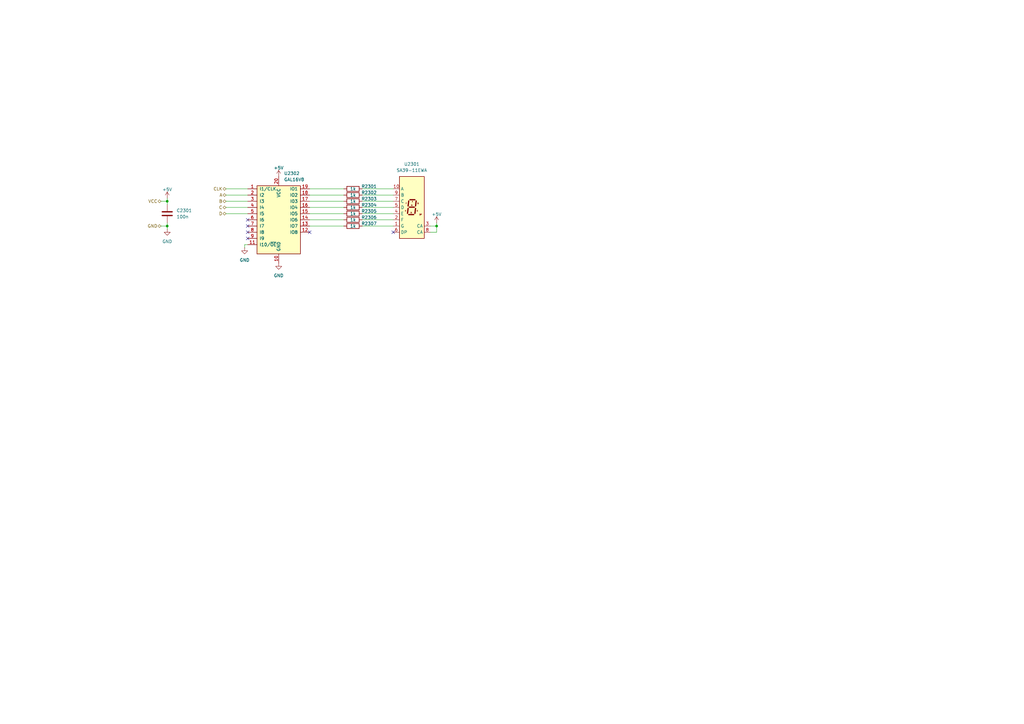
<source format=kicad_sch>
(kicad_sch (version 20231120) (generator "eeschema") (generator_version "8.0")
  (paper "A3")
  (title_block (title "SY65 Bus Card x16") (date "2024-06-16") (rev "1.0") (company "github.com/Synthron"))
  (lib_symbols
    (symbol "Device:C" (pin_numbers hide) (pin_names (offset 0.254))
      (property "Reference" "C" (at 0.635 2.54 0))
      (property "Value" "C" (at 0.635 -2.54 0))
      (symbol "C_0_1"
        (polyline (pts (xy -2.032 -0.762) (xy 2.032 -0.762)) (stroke (width 0.508)))
        (polyline (pts (xy -2.032 0.762) (xy 2.032 0.762)) (stroke (width 0.508)))
      )
      (symbol "C_1_1"
        (pin passive line (at 0 3.81 270) (length 2.794) (name "~") (number "1"))
        (pin passive line (at 0 -3.81 90) (length 2.794) (name "~") (number "2"))
      )
    )
    (symbol "Device:R" (pin_numbers hide) (pin_names (offset 0))
      (property "Reference" "R" (at 2.032 0 90))
      (property "Value" "R" (at 0 0 90))
      (symbol "R_0_1"
        (rectangle (start -1.016 -2.54) (end 1.016 2.54) (stroke (width 0.254)))
      )
      (symbol "R_1_1"
        (pin passive line (at 0 3.81 270) (length 1.27) (name "~") (number "1"))
        (pin passive line (at 0 -3.81 90) (length 1.27) (name "~") (number "2"))
      )
    )
    (symbol "Display_Character:SA39-11EWA"
      (property "Reference" "U" (at -3.81 13.97 0))
      (property "Value" "SA39-11EWA" (at 6.35 13.97 0))
      (symbol "SA39-11EWA_1_0"
        (text "A" (at 0.254 2.413 0) (effects (font (size 0.508 0.508))))
        (text "B" (at 2.54 1.651 0) (effects (font (size 0.508 0.508))))
        (text "C" (at 2.286 -1.397 0) (effects (font (size 0.508 0.508))))
        (text "D" (at -0.254 -2.159 0) (effects (font (size 0.508 0.508))))
        (text "DP" (at 3.556 -2.921 0) (effects (font (size 0.508 0.508))))
        (text "E" (at -2.54 -1.397 0) (effects (font (size 0.508 0.508))))
        (text "F" (at -2.286 1.651 0) (effects (font (size 0.508 0.508))))
        (text "G" (at 0 0.889 0) (effects (font (size 0.508 0.508))))
      )
      (symbol "SA39-11EWA_1_1"
        (rectangle (start -5.08 12.7) (end 5.08 -12.7) (stroke (width 0.254)) (fill (type background)))
        (polyline (pts (xy -1.524 -0.381) (xy -1.778 -2.413)) (stroke (width 0.508)))
        (polyline (pts (xy -1.27 -2.921) (xy 0.762 -2.921)) (stroke (width 0.508)))
        (polyline (pts (xy -1.27 2.667) (xy -1.524 0.635)) (stroke (width 0.508)))
        (polyline (pts (xy -1.016 0.127) (xy 1.016 0.127)) (stroke (width 0.508)))
        (polyline (pts (xy -0.762 3.175) (xy 1.27 3.175)) (stroke (width 0.508)))
        (polyline (pts (xy 1.524 -0.381) (xy 1.27 -2.413)) (stroke (width 0.508)))
        (polyline (pts (xy 1.778 2.667) (xy 1.524 0.635)) (stroke (width 0.508)))
        (polyline (pts (xy 2.54 -2.921) (xy 2.54 -2.921)) (stroke (width 0.508)))
        (pin input line (at -7.62 -7.62 0) (length 2.54) (name "G") (number "1"))
        (pin input line (at -7.62 7.62 0) (length 2.54) (name "A") (number "10"))
        (pin input line (at -7.62 -5.08 0) (length 2.54) (name "F") (number "2"))
        (pin input line (at 7.62 -7.62 180) (length 2.54) (name "CA") (number "3"))
        (pin input line (at -7.62 -2.54 0) (length 2.54) (name "E") (number "4"))
        (pin input line (at -7.62 0 0) (length 2.54) (name "D") (number "5"))
        (pin input line (at -7.62 -10.16 0) (length 2.54) (name "DP") (number "6"))
        (pin input line (at -7.62 2.54 0) (length 2.54) (name "C") (number "7"))
        (pin input line (at 7.62 -10.16 180) (length 2.54) (name "CA") (number "8"))
        (pin input line (at -7.62 5.08 0) (length 2.54) (name "B") (number "9"))
      )
    )
    (symbol "Logic_Programmable:GAL16V8" (pin_names (offset 1.016))
      (property "Reference" "U" (at -8.89 16.51 0))
      (property "Value" "GAL16V8" (at 1.27 16.51 0))
      (symbol "GAL16V8_0_0"
        (pin power_in line (at 0 -17.78 90) (length 3.81) (name "GND") (number "10"))
        (pin power_in line (at 0 17.78 270) (length 3.81) (name "VCC") (number "20"))
      )
      (symbol "GAL16V8_0_1"
        (rectangle (start -8.89 13.97) (end 8.89 -13.97) (stroke (width 0.254)) (fill (type background)))
      )
      (symbol "GAL16V8_1_1"
        (pin input line (at -12.7 12.7 0) (length 3.81) (name "I1/CLK") (number "1"))
        (pin input line (at -12.7 -10.16 0) (length 3.81) (name "I10/~{OE}") (number "11"))
        (pin tri_state line (at 12.7 -5.08 180) (length 3.81) (name "IO8") (number "12"))
        (pin tri_state line (at 12.7 -2.54 180) (length 3.81) (name "IO7") (number "13"))
        (pin tri_state line (at 12.7 0 180) (length 3.81) (name "IO6") (number "14"))
        (pin tri_state line (at 12.7 2.54 180) (length 3.81) (name "IO5") (number "15"))
        (pin tri_state line (at 12.7 5.08 180) (length 3.81) (name "IO4") (number "16"))
        (pin tri_state line (at 12.7 7.62 180) (length 3.81) (name "I03") (number "17"))
        (pin tri_state line (at 12.7 10.16 180) (length 3.81) (name "IO2") (number "18"))
        (pin tri_state line (at 12.7 12.7 180) (length 3.81) (name "IO1") (number "19"))
        (pin input line (at -12.7 10.16 0) (length 3.81) (name "I2") (number "2"))
        (pin input line (at -12.7 7.62 0) (length 3.81) (name "I3") (number "3"))
        (pin input line (at -12.7 5.08 0) (length 3.81) (name "I4") (number "4"))
        (pin input line (at -12.7 2.54 0) (length 3.81) (name "I5") (number "5"))
        (pin input line (at -12.7 0 0) (length 3.81) (name "I6") (number "6"))
        (pin input line (at -12.7 -2.54 0) (length 3.81) (name "I7") (number "7"))
        (pin input line (at -12.7 -5.08 0) (length 3.81) (name "I8") (number "8"))
        (pin input line (at -12.7 -7.62 0) (length 3.81) (name "I9") (number "9"))
      )
    )
    (symbol "power:+5V" (power) (pin_numbers hide) (pin_names (offset 0) hide)
      (property "Value" "+5V" (at 0 3.556 0))
      (symbol "+5V_0_1"
        (polyline (pts (xy -0.762 1.27) (xy 0 2.54)))
        (polyline (pts (xy 0 0) (xy 0 2.54)))
        (polyline (pts (xy 0 2.54) (xy 0.762 1.27)))
      )
      (symbol "+5V_1_1"
        (pin power_in line (at 0 0 90) (length 0) (name "~") (number "1"))
      )
    )
    (symbol "power:GND" (power) (pin_numbers hide) (pin_names (offset 0) hide)
      (property "Value" "GND" (at 0 -3.81 0))
      (symbol "GND_0_1"
        (polyline (pts (xy 0 0) (xy 0 -1.27) (xy 1.27 -1.27) (xy 0 -2.54) (xy -1.27 -1.27) (xy 0 -1.27)))
      )
      (symbol "GND_1_1"
        (pin power_in line (at 0 0 270) (length 0) (name "~") (number "1"))
      )
    )
  )
  (junction (at 68.58 92.71))
  (junction (at 179.07 92.71))
  (junction (at 68.58 82.55))
  (no_connect (at 101.6 90.17))
  (no_connect (at 101.6 97.79))
  (no_connect (at 101.6 92.71))
  (no_connect (at 101.6 95.25))
  (no_connect (at 127 95.25))
  (no_connect (at 161.29 95.25))
  (wire (pts (xy 92.71 85.09) (xy 101.6 85.09)))
  (wire (pts (xy 140.97 82.55) (xy 127 82.55)))
  (wire (pts (xy 179.07 92.71) (xy 179.07 95.25)))
  (wire (pts (xy 92.71 80.01) (xy 101.6 80.01)))
  (wire (pts (xy 179.07 91.44) (xy 179.07 92.71)))
  (wire (pts (xy 140.97 92.71) (xy 127 92.71)))
  (wire (pts (xy 148.59 90.17) (xy 161.29 90.17)))
  (wire (pts (xy 68.58 81.28) (xy 68.58 82.55)))
  (wire (pts (xy 100.33 100.33) (xy 101.6 100.33)))
  (wire (pts (xy 68.58 82.55) (xy 68.58 83.82)))
  (wire (pts (xy 68.58 93.98) (xy 68.58 92.71)))
  (wire (pts (xy 140.97 85.09) (xy 127 85.09)))
  (wire (pts (xy 140.97 90.17) (xy 127 90.17)))
  (wire (pts (xy 148.59 82.55) (xy 161.29 82.55)))
  (wire (pts (xy 140.97 87.63) (xy 127 87.63)))
  (wire (pts (xy 92.71 82.55) (xy 101.6 82.55)))
  (wire (pts (xy 100.33 101.6) (xy 100.33 100.33)))
  (wire (pts (xy 68.58 92.71) (xy 66.04 92.71)))
  (wire (pts (xy 148.59 92.71) (xy 161.29 92.71)))
  (wire (pts (xy 148.59 87.63) (xy 161.29 87.63)))
  (wire (pts (xy 140.97 80.01) (xy 127 80.01)))
  (wire (pts (xy 179.07 95.25) (xy 176.53 95.25)))
  (wire (pts (xy 148.59 85.09) (xy 161.29 85.09)))
  (wire (pts (xy 148.59 80.01) (xy 161.29 80.01)))
  (wire (pts (xy 140.97 77.47) (xy 127 77.47)))
  (wire (pts (xy 176.53 92.71) (xy 179.07 92.71)))
  (wire (pts (xy 148.59 77.47) (xy 161.29 77.47)))
  (wire (pts (xy 92.71 87.63) (xy 101.6 87.63)))
  (wire (pts (xy 92.71 77.47) (xy 101.6 77.47)))
  (wire (pts (xy 68.58 82.55) (xy 66.04 82.55)))
  (wire (pts (xy 68.58 91.44) (xy 68.58 92.71)))
  (hierarchical_label "CLK" (shape bidirectional) (at 92.71 77.47 180))
  (hierarchical_label "B" (shape bidirectional) (at 92.71 82.55 180))
  (hierarchical_label "VCC" (shape bidirectional) (at 66.04 82.55 180))
  (hierarchical_label "A" (shape bidirectional) (at 92.71 80.01 180))
  (hierarchical_label "C" (shape bidirectional) (at 92.71 85.09 180))
  (hierarchical_label "D" (shape bidirectional) (at 92.71 87.63 180))
  (hierarchical_label "GND" (shape bidirectional) (at 66.04 92.71 180))
  (symbol (lib_id "Device:R") (at 144.78 85.09 90) (unit 1)
    (property "Reference" "R1804" (at 151.384 84.074 90))
    (property "Value" "1k" (at 144.78 85.09 90))
    (property "Description" "Resistor" (effects (hide yes)))
    (instances (project "Bus_Card" (path "" (reference "R2304") (unit 1)) (path "" (reference "R1804") (unit 1)) (path "" (reference "R1904") (unit 1)) (path "" (reference "R2104") (unit 1)) (path "" (reference "R2004") (unit 1)) (path "" (reference "R2204") (unit 1))))
  )
  (symbol (lib_id "power:+5V") (at 68.58 81.28 0) (unit 1)
    (property "Reference" "#PWR01805" (effects (hide yes)))
    (property "Value" "+5V" (at 68.58 77.724 0))
    (property "Description" "Power symbol creates a global label with name \"+5V\"" (effects (hide yes)))
    (instances (project "Bus_Card" (path "" (reference "#PWR02302") (unit 1)) (path "" (reference "#PWR01805") (unit 1)) (path "" (reference "#PWR01902") (unit 1)) (path "" (reference "#PWR02102") (unit 1)) (path "" (reference "#PWR02002") (unit 1)) (path "" (reference "#PWR02202") (unit 1))))
  )
  (symbol (lib_id "Device:R") (at 144.78 87.63 90) (unit 1)
    (property "Reference" "R1805" (at 151.384 86.614 90))
    (property "Value" "1k" (at 144.78 87.63 90))
    (property "Description" "Resistor" (effects (hide yes)))
    (instances (project "Bus_Card" (path "" (reference "R2305") (unit 1)) (path "" (reference "R1805") (unit 1)) (path "" (reference "R1905") (unit 1)) (path "" (reference "R2105") (unit 1)) (path "" (reference "R2005") (unit 1)) (path "" (reference "R2205") (unit 1))))
  )
  (symbol (lib_id "power:GND") (at 100.33 101.6 0) (unit 1)
    (property "Reference" "#PWR01803" (effects (hide yes)))
    (property "Value" "GND" (at 100.33 106.68 0))
    (property "Description" "Power symbol creates a global label with name \"GND\" , ground" (effects (hide yes)))
    (instances (project "Bus_Card" (path "" (reference "#PWR02305") (unit 1)) (path "" (reference "#PWR01803") (unit 1)) (path "" (reference "#PWR01905") (unit 1)) (path "" (reference "#PWR02105") (unit 1)) (path "" (reference "#PWR02005") (unit 1)) (path "" (reference "#PWR02205") (unit 1))))
  )
  (symbol (lib_id "Device:R") (at 144.78 90.17 90) (unit 1)
    (property "Reference" "R1806" (at 151.384 89.154 90))
    (property "Value" "1k" (at 144.78 90.17 90))
    (property "Description" "Resistor" (effects (hide yes)))
    (instances (project "Bus_Card" (path "" (reference "R2306") (unit 1)) (path "" (reference "R1806") (unit 1)) (path "" (reference "R1906") (unit 1)) (path "" (reference "R2106") (unit 1)) (path "" (reference "R2006") (unit 1)) (path "" (reference "R2206") (unit 1))))
  )
  (symbol (lib_id "power:+5V") (at 179.07 91.44 0) (unit 1)
    (property "Reference" "#PWR01802" (effects (hide yes)))
    (property "Value" "+5V" (at 179.07 87.884 0))
    (property "Description" "Power symbol creates a global label with name \"+5V\"" (effects (hide yes)))
    (instances (project "Bus_Card" (path "" (reference "#PWR02303") (unit 1)) (path "" (reference "#PWR01802") (unit 1)) (path "" (reference "#PWR01903") (unit 1)) (path "" (reference "#PWR02103") (unit 1)) (path "" (reference "#PWR02003") (unit 1)) (path "" (reference "#PWR02203") (unit 1))))
  )
  (symbol (lib_id "power:+5V") (at 114.3 72.39 0) (unit 1)
    (property "Reference" "#PWR01801" (effects (hide yes)))
    (property "Value" "+5V" (at 114.3 68.834 0))
    (property "Description" "Power symbol creates a global label with name \"+5V\"" (effects (hide yes)))
    (instances (project "Bus_Card" (path "" (reference "#PWR02301") (unit 1)) (path "" (reference "#PWR01801") (unit 1)) (path "" (reference "#PWR01901") (unit 1)) (path "" (reference "#PWR02101") (unit 1)) (path "" (reference "#PWR02001") (unit 1)) (path "" (reference "#PWR02201") (unit 1))))
  )
  (symbol (lib_id "Device:C") (at 68.58 87.63 0) (unit 1)
    (property "Reference" "C1901" (at 72.39 86.3599 0) (effects (justify left)))
    (property "Value" "100n" (at 72.39 88.8999 0) (effects (justify left)))
    (property "Description" "Unpolarized capacitor" (effects (hide yes)))
    (instances (project "Bus_Card" (path "" (reference "C2301") (unit 1)) (path "" (reference "C1901") (unit 1)) (path "" (reference "C2101") (unit 1)) (path "" (reference "C2001") (unit 1)) (path "" (reference "C2201") (unit 1))))
  )
  (symbol (lib_id "Device:R") (at 144.78 80.01 90) (unit 1)
    (property "Reference" "R1802" (at 151.384 78.994 90))
    (property "Value" "1k" (at 144.78 80.01 90))
    (property "Description" "Resistor" (effects (hide yes)))
    (instances (project "Bus_Card" (path "" (reference "R2302") (unit 1)) (path "" (reference "R1802") (unit 1)) (path "" (reference "R1902") (unit 1)) (path "" (reference "R2102") (unit 1)) (path "" (reference "R2002") (unit 1)) (path "" (reference "R2202") (unit 1))))
  )
  (symbol (lib_id "Device:R") (at 144.78 92.71 90) (unit 1)
    (property "Reference" "R1807" (at 151.384 91.694 90))
    (property "Value" "1k" (at 144.78 92.71 90))
    (property "Description" "Resistor" (effects (hide yes)))
    (instances (project "Bus_Card" (path "" (reference "R2307") (unit 1)) (path "" (reference "R1807") (unit 1)) (path "" (reference "R1907") (unit 1)) (path "" (reference "R2107") (unit 1)) (path "" (reference "R2007") (unit 1)) (path "" (reference "R2207") (unit 1))))
  )
  (symbol (lib_id "Display_Character:SA39-11EWA") (at 168.91 85.09 0) (unit 1)
    (property "Reference" "U1801" (at 168.91 67.31 0))
    (property "Value" "SA39-11EWA" (at 168.91 69.85 0))
    (property "Footprint" "Display_7Segment:Sx39-1xxxxx" (effects (hide yes)))
    (property "Datasheet" "http://www.kingbrightusa.com/images/catalog/SPEC/sa39-11ewa.pdf" (effects (hide yes)))
    (property "Description" "Single digit 7 segment display, high efficiency red, common anode" (effects (hide yes)))
    (instances (project "Bus_Card" (path "" (reference "U2301") (unit 1)) (path "" (reference "U1801") (unit 1)) (path "" (reference "U1901") (unit 1)) (path "" (reference "U2101") (unit 1)) (path "" (reference "U2001") (unit 1)) (path "" (reference "U2201") (unit 1))))
  )
  (symbol (lib_id "power:GND") (at 114.3 107.95 0) (unit 1)
    (property "Reference" "#PWR01804" (effects (hide yes)))
    (property "Value" "GND" (at 114.3 113.03 0))
    (property "Description" "Power symbol creates a global label with name \"GND\" , ground" (effects (hide yes)))
    (instances (project "Bus_Card" (path "" (reference "#PWR02306") (unit 1)) (path "" (reference "#PWR01804") (unit 1)) (path "" (reference "#PWR01906") (unit 1)) (path "" (reference "#PWR02106") (unit 1)) (path "" (reference "#PWR02006") (unit 1)) (path "" (reference "#PWR02206") (unit 1))))
  )
  (symbol (lib_id "Device:R") (at 144.78 77.47 90) (unit 1)
    (property "Reference" "R1801" (at 151.384 76.454 90))
    (property "Value" "1k" (at 144.78 77.47 90))
    (property "Description" "Resistor" (effects (hide yes)))
    (instances (project "Bus_Card" (path "" (reference "R2301") (unit 1)) (path "" (reference "R1801") (unit 1)) (path "" (reference "R1901") (unit 1)) (path "" (reference "R2101") (unit 1)) (path "" (reference "R2001") (unit 1)) (path "" (reference "R2201") (unit 1))))
  )
  (symbol (lib_id "Logic_Programmable:GAL16V8") (at 114.3 90.17 0) (unit 1)
    (property "Reference" "U1802" (at 116.4941 71.12 0) (effects (justify left)))
    (property "Value" "GAL16V8" (at 116.4941 73.66 0) (effects (justify left)))
    (property "Description" "Programmable Logic Array, DIP-20/SOIC-20/PLCC-20" (effects (hide yes)))
    (instances (project "Bus_Card" (path "" (reference "U2302") (unit 1)) (path "" (reference "U1802") (unit 1)) (path "" (reference "U1902") (unit 1)) (path "" (reference "U2102") (unit 1)) (path "" (reference "U2002") (unit 1)) (path "" (reference "U2202") (unit 1))))
  )
  (symbol (lib_id "power:GND") (at 68.58 93.98 0) (unit 1)
    (property "Reference" "#PWR01806" (effects (hide yes)))
    (property "Value" "GND" (at 68.58 99.06 0))
    (property "Description" "Power symbol creates a global label with name \"GND\" , ground" (effects (hide yes)))
    (instances (project "Bus_Card" (path "" (reference "#PWR02304") (unit 1)) (path "" (reference "#PWR01806") (unit 1)) (path "" (reference "#PWR01904") (unit 1)) (path "" (reference "#PWR02104") (unit 1)) (path "" (reference "#PWR02004") (unit 1)) (path "" (reference "#PWR02204") (unit 1))))
  )
  (symbol (lib_id "Device:R") (at 144.78 82.55 90) (unit 1)
    (property "Reference" "R1803" (at 151.384 81.534 90))
    (property "Value" "1k" (at 144.78 82.55 90))
    (property "Description" "Resistor" (effects (hide yes)))
    (instances (project "Bus_Card" (path "" (reference "R2303") (unit 1)) (path "" (reference "R1803") (unit 1)) (path "" (reference "R1903") (unit 1)) (path "" (reference "R2103") (unit 1)) (path "" (reference "R2003") (unit 1)) (path "" (reference "R2203") (unit 1))))
  )
)
</source>
